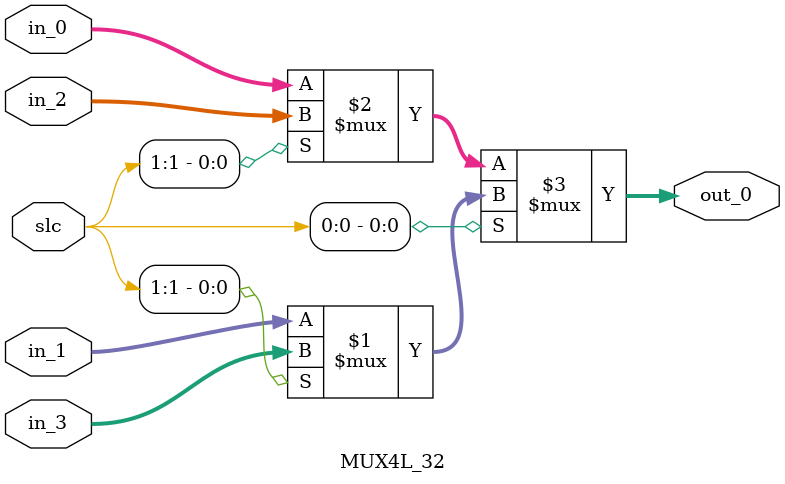
<source format=v>
`timescale 1ns / 1ps
module MUX4L_32(
  input [1:0] slc,
  input [31:0] in_0,
  input [31:0] in_1,
  input [31:0] in_2,
  input [31:0] in_3,
  output [31:0] out_0
    );

	assign out_0 = slc[0] ? (slc[1] ? in_3 : in_1) : (slc[1] ? in_2 : in_0);
endmodule
</source>
